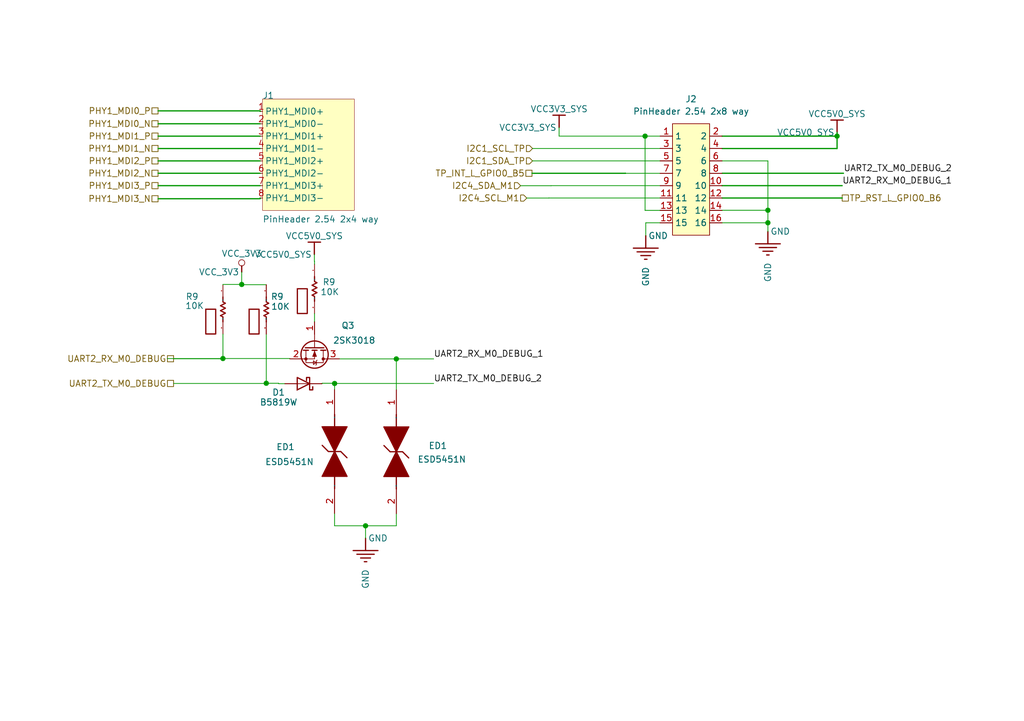
<source format=kicad_sch>
(kicad_sch (version 20230819) (generator eeschema)
  (paper "A5")
  (lib_symbols
    (symbol "Connector 2.54 2x16:PinHeader_2x8"
      (property "Reference" "J" (at -1.778 1.27 0))
      (property "Value" "PinHeader 2.54 2x8 way" (at 2.794 -24.13 0))
      (symbol "PinHeader_2x8_1_1"
        (rectangle (start -2.54 0) (end 5.08 -22.86) (fill (type color) (color 255 255 194 1)))
        (pin bidirectional line (at -5.08 -2.54 0) (length 2.54) (name "1") (number "1"))
        (pin bidirectional line (at 7.62 -12.7 180) (length 2.54) (name "10") (number "10"))
        (pin bidirectional line (at -5.08 -15.24 0) (length 2.54) (name "11") (number "11"))
        (pin bidirectional line (at 7.62 -15.24 180) (length 2.54) (name "12") (number "12"))
        (pin bidirectional line (at -5.08 -17.78 0) (length 2.54) (name "13") (number "13"))
        (pin bidirectional line (at 7.62 -17.78 180) (length 2.54) (name "14") (number "14"))
        (pin bidirectional line (at -5.08 -20.32 0) (length 2.54) (name "15") (number "15"))
        (pin bidirectional line (at 7.62 -20.32 180) (length 2.54) (name "16") (number "16"))
        (pin bidirectional line (at 7.62 -2.54 180) (length 2.54) (name "2") (number "2"))
        (pin bidirectional line (at -5.08 -5.08 0) (length 2.54) (name "3") (number "3"))
        (pin bidirectional line (at 7.62 -5.08 180) (length 2.54) (name "4") (number "4"))
        (pin bidirectional line (at -5.08 -7.62 0) (length 2.54) (name "5") (number "5"))
        (pin bidirectional line (at 7.62 -7.62 180) (length 2.54) (name "6") (number "6"))
        (pin bidirectional line (at -5.08 -10.16 0) (length 2.54) (name "7") (number "7"))
        (pin bidirectional line (at 7.62 -10.16 180) (length 2.54) (name "8") (number "8"))
        (pin bidirectional line (at -5.08 -12.7 0) (length 2.54) (name "9") (number "9"))
      )
    )
    (symbol "Diode:MBR0520" (pin_numbers hide) (pin_names (offset 1.016) hide)
      (property "Reference" "D1" (at 5.08 1.778 0))
      (property "Value" "B5819W" (at 5.08 3.81 0))
      (symbol "MBR0520_0_1"
        (polyline (pts (xy 1.27 0) (xy -1.27 0)))
        (polyline (pts (xy 1.27 1.27) (xy 1.27 -1.27) (xy -1.27 0) (xy 1.27 1.27)) (stroke (width 0.254)))
        (polyline (pts (xy -1.905 0.635) (xy -1.905 1.27) (xy -1.27 1.27) (xy -1.27 -1.27) (xy -0.635 -1.27) (xy -0.635 -0.635)) (stroke (width 0.254)))
      )
      (symbol "MBR0520_1_1"
        (pin passive line (at -3.81 0 0) (length 2.54) (name "K") (number "1"))
        (pin passive line (at 3.81 0 180) (length 2.54) (name "A") (number "2"))
      )
    )
    (symbol "Transistor_FET:BSS214NW" (pin_names hide)
      (property "Reference" "Q" (at 5.08 1.905 0))
      (property "Value" "BSS214NW" (at 5.08 0 0))
      (symbol "BSS214NW_0_1"
        (polyline (pts (xy 0.254 0) (xy -2.54 0)))
        (polyline (pts (xy 0.254 1.905) (xy 0.254 -1.905)) (stroke (width 0.254)))
        (polyline (pts (xy 0.762 -1.27) (xy 0.762 -2.286)) (stroke (width 0.254)))
        (polyline (pts (xy 0.762 0.508) (xy 0.762 -0.508)) (stroke (width 0.254)))
        (polyline (pts (xy 0.762 2.286) (xy 0.762 1.27)) (stroke (width 0.254)))
        (polyline (pts (xy 2.54 2.54) (xy 2.54 1.778)))
        (polyline (pts (xy 2.54 -2.54) (xy 2.54 0) (xy 0.762 0)))
        (polyline (pts (xy 0.762 -1.778) (xy 3.302 -1.778) (xy 3.302 1.778) (xy 0.762 1.778)))
        (polyline (pts (xy 1.016 0) (xy 2.032 0.381) (xy 2.032 -0.381) (xy 1.016 0)) (fill (type outline)))
        (polyline (pts (xy 2.794 0.508) (xy 2.921 0.381) (xy 3.683 0.381) (xy 3.81 0.254)))
        (polyline (pts (xy 3.302 0.381) (xy 2.921 -0.254) (xy 3.683 -0.254) (xy 3.302 0.381)))
        (circle (center 1.651 0) (radius 2.794) (stroke (width 0.254)))
        (circle (center 2.54 -1.778) (radius 0.254) (fill (type outline)))
        (circle (center 2.54 1.778) (radius 0.254) (fill (type outline)))
      )
      (symbol "BSS214NW_1_1"
        (pin input line (at -5.08 0 0) (length 2.54) (name "G") (number "1"))
        (pin passive line (at 2.54 -5.08 90) (length 2.54) (name "S") (number "2"))
        (pin passive line (at 2.54 5.08 270) (length 2.54) (name "D") (number "3"))
      )
    )
    (symbol "cm3568 LPDDR4-altium-import:GND" (power)
      (property "Reference" "#PWR" (at 0 0 0))
      (property "Value" "GND" (at 0 6.35 0))
      (symbol "GND_0_0"
        (polyline (pts (xy -2.54 -2.54) (xy 2.54 -2.54)) (stroke (width 0.254)))
        (polyline (pts (xy -1.778 -3.302) (xy 1.778 -3.302)) (stroke (width 0.254)))
        (polyline (pts (xy -1.016 -4.064) (xy 1.016 -4.064)) (stroke (width 0.254)))
        (polyline (pts (xy -0.254 -4.826) (xy 0.254 -4.826)) (stroke (width 0.254)))
        (polyline (pts (xy 0 0) (xy 0 -2.54)) (stroke (width 0.254)))
        (pin power_in line (at 0 0 0) (length 0) (name "GND") (number ""))
      )
    )
    (symbol "cm3568 LPDDR4-altium-import:VCC3V3_SYS" (power)
      (property "Reference" "#PWR" (at 0 0 0))
      (property "Value" "VCC3V3_SYS" (at 0 3.81 0))
      (symbol "VCC3V3_SYS_0_0"
        (polyline (pts (xy -1.27 -2.54) (xy 1.27 -2.54)) (stroke (width 0.254)))
        (polyline (pts (xy 0 0) (xy 0 -2.54)) (stroke (width 0.254)))
        (pin power_in line (at 0 0 0) (length 0) (name "VCC3V3_SYS") (number ""))
      )
    )
    (symbol "cm3568 LPDDR4-altium-import:VCC5V0_SYS" (power)
      (property "Reference" "#PWR" (at 0 0 0))
      (property "Value" "VCC5V0_SYS" (at 0 3.81 0))
      (symbol "VCC5V0_SYS_0_0"
        (polyline (pts (xy -1.27 -2.54) (xy 1.27 -2.54)) (stroke (width 0.254)))
        (polyline (pts (xy 0 0) (xy 0 -2.54)) (stroke (width 0.254)))
        (pin power_in line (at 0 0 0) (length 0) (name "VCC5V0_SYS") (number ""))
      )
    )
    (symbol "cm3568 LPDDR4-altium-import:VCC_3V3" (power)
      (property "Reference" "#PWR" (at 0 0 0))
      (property "Value" "VCC_3V3" (at 0 3.81 0))
      (symbol "VCC_3V3_0_0"
        (circle (center 0 -1.905) (radius 0.635) (stroke (width 0.127)))
        (polyline (pts (xy 0 0) (xy 0 -1.27)) (stroke (width 0.254)))
        (pin power_in line (at 0 0 0) (length 0) (name "VCC_3V3") (number ""))
      )
    )
    (symbol "cm3568 LPDDR4-altium-import:root_0_BTR04G03"
      (symbol "root_0_BTR04G03_1_0"
        (polyline (pts (xy -5.08 -2.54) (xy 0 0)) (stroke (width 0.254)))
        (polyline (pts (xy -5.08 0) (xy -7.62 0)) (stroke (width 0.254)))
        (polyline (pts (xy -5.08 2.54) (xy -5.08 -2.54)) (stroke (width 0.254)))
        (polyline (pts (xy -5.08 2.54) (xy 0 0)) (stroke (width 0.254)))
        (polyline (pts (xy 0 -1.27) (xy -1.27 -2.54)) (stroke (width 0.254)))
        (polyline (pts (xy 0 0) (xy 5.08 2.54)) (stroke (width 0.254)))
        (polyline (pts (xy 0 1.27) (xy 0 -1.27)) (stroke (width 0.254)))
        (polyline (pts (xy 0 1.27) (xy 1.27 2.54)) (stroke (width 0.254)))
        (polyline (pts (xy 5.08 -2.54) (xy 0 0)) (stroke (width 0.254)))
        (polyline (pts (xy 5.08 0) (xy 7.62 0)) (stroke (width 0.254)))
        (polyline (pts (xy 5.08 2.54) (xy 5.08 -2.54)) (stroke (width 0.254)))
        (polyline (pts (xy 0.254 0) (xy 5.08 2.54) (xy 5.08 -2.54) (xy 0.254 0)) (stroke (width -0.0001)) (fill (type outline)))
        (polyline (pts (xy -5.08 2.54) (xy -5.08 -2.54) (xy 0 0) (xy -5.08 2.54) (xy -5.08 2.54)) (stroke (width -0.0001)) (fill (type outline)))
        (pin passive line (at -12.7 0 0) (length 5.08) (name "1") (number "1"))
        (pin passive line (at 12.7 0 180) (length 5.08) (name "2") (number "2"))
      )
    )
    (symbol "cm3568 LPDDR4-altium-import:root_0_PH1S15-24-D"
      (symbol "root_0_PH1S15-24-D_1_0"
        (rectangle (start 19.321 2.54) (end 0.5 -20.32) (stroke (width 0.0254) (color 128 0 0 1)) (fill (type background)))
        (pin passive line (at 0 0 0) (length 0.5) (name "PHY1_MDI0+") (number "1"))
        (pin passive line (at 0 -2.54 0) (length 0.5) (name "PHY1_MDI0-") (number "2"))
        (pin passive line (at 0 -5.08 0) (length 0.5) (name "PHY1_MDI1+") (number "3"))
        (pin passive line (at 0 -7.62 0) (length 0.5) (name "PHY1_MDI1-") (number "4"))
        (pin passive line (at 0 -10.16 0) (length 0.5) (name "PHY1_MDI2+") (number "5"))
        (pin passive line (at 0 -12.7 0) (length 0.5) (name "PHY1_MDI2-") (number "6"))
        (pin passive line (at 0 -15.24 0) (length 0.5) (name "PHY1_MDI3+") (number "7"))
        (pin passive line (at 0 -17.78 0) (length 0.5) (name "PHY1_MDI3-") (number "8"))
      )
    )
    (symbol "cm3568 LPDDR4-altium-import:root_2_R0201_22R"
      (symbol "root_2_R0201_22R_1_0"
        (polyline (pts (xy -2.58 0.04) (xy -1.564 0.04) (xy -1.31 0.548) (xy -0.802 -0.468) (xy -0.294 0.548) (xy 0.214 -0.468) (xy 0.722 0.548) (xy 1.23 -0.468) (xy 1.484 0.04) (xy 2.5 0.04)) (stroke (width 0.254)))
        (rectangle (start 0 3.556) (end -5.08 1.524) (stroke (width 0.254)))
        (pin passive line (at 5.04 0.04 180) (length 2.54) (name "1") (number "1"))
        (pin passive line (at -5.12 0.04 0) (length 2.54) (name "2") (number "2"))
      )
    )
  )
  (junction (at 68.62 78.7))
  (junction (at 45.72 73.58))
  (junction (at 157.48 43.147))
  (junction (at 74.97 107.91))
  (junction (at 132.2987 27.94))
  (junction (at 157.48 45.72))
  (junction (at 54.61 78.66))
  (junction (at 171.67 27.94))
  (junction (at 49.57 58.38))
  (junction (at 81.28 73.66))
  (wire (pts (xy 148.082 27.94) (xy 171.67 27.94)) (stroke (width 0.254)))
  (wire (pts (xy 45.72 68.58) (xy 45.72 73.58)))
  (wire (pts (xy 128.27 35.56) (xy 135.382 35.56)))
  (wire (pts (xy 148.082 40.64) (xy 172.72 40.64)) (stroke (width 0.254)))
  (wire (pts (xy 135.382 43.18) (xy 132.2987 43.18)))
  (wire (pts (xy 148.082 43.147) (xy 148.082 43.18)))
  (wire (pts (xy 68.62 78.7) (xy 68.62 79.97)))
  (wire (pts (xy 66.04 78.66) (xy 68.62 78.66)))
  (wire (pts (xy 59.436 73.58) (xy 59.436 73.66)))
  (wire (pts (xy 45.72 58.38) (xy 49.57 58.38)))
  (wire (pts (xy 54.61 78.7) (xy 54.61 78.66)))
  (wire (pts (xy 64.5023 53.6373) (xy 64.5023 54.2179)))
  (wire (pts (xy 64.5023 64.3779) (xy 64.5023 66.04)))
  (wire (pts (xy 157.48 33.02) (xy 157.48 43.147)))
  (wire (pts (xy 49.57 55.84) (xy 49.57 58.38)))
  (wire (pts (xy 157.48 43.147) (xy 148.082 43.147)))
  (wire (pts (xy 114.67 27.94) (xy 132.2987 27.94)))
  (wire (pts (xy 148.082 38.1) (xy 172.72 38.1)) (stroke (width 0.254)))
  (wire (pts (xy 32.422 40.786) (xy 53.34 40.786)) (stroke (width 0.254)))
  (wire (pts (xy 45.72 73.58) (xy 34.29 73.58)))
  (wire (pts (xy 81.28 73.66) (xy 81.28 80.01)))
  (wire (pts (xy 64.4675 52.2356) (xy 64.4675 53.6373)))
  (wire (pts (xy 109.22 33.02) (xy 135.382 33.02)))
  (wire (pts (xy 49.57 58.42) (xy 54.61 58.42)))
  (wire (pts (xy 66.04 78.66) (xy 66.04 78.74)))
  (wire (pts (xy 74.97 110.45) (xy 74.97 107.91)))
  (wire (pts (xy 35.6 73.62) (xy 45.72 73.62)))
  (wire (pts (xy 45.72 58.38) (xy 45.72 58.42)))
  (wire (pts (xy 109.1066 35.5651) (xy 128.27 35.5651)) (stroke (width 0.254)))
  (wire (pts (xy 81.28 105.41) (xy 81.28 107.91)))
  (wire (pts (xy 171.67 27.18) (xy 171.67 27.94)) (stroke (width 0.254)))
  (wire (pts (xy 112.5739 40.64) (xy 135.382 40.64)))
  (wire (pts (xy 171.67 30.48) (xy 171.67 27.94)) (stroke (width 0.254)))
  (wire (pts (xy 54.61 78.66) (xy 57.15 78.66)))
  (wire (pts (xy 81.28 73.66) (xy 88.94 73.66)))
  (wire (pts (xy 148.082 30.48) (xy 171.67 30.48)) (stroke (width 0.254)))
  (wire (pts (xy 128.27 35.5651) (xy 128.27 35.56)) (stroke (width 0.254)))
  (wire (pts (xy 113.03 38.1) (xy 135.382 38.1)))
  (wire (pts (xy 112.5739 40.6496) (xy 108.0389 40.6496)))
  (wire (pts (xy 49.57 58.42) (xy 49.57 58.38)))
  (wire (pts (xy 114.67 26.18) (xy 114.67 27.94)))
  (wire (pts (xy 68.62 78.66) (xy 68.62 78.7)))
  (wire (pts (xy 157.48 45.72) (xy 157.48 47.498)))
  (wire (pts (xy 132.2987 43.18) (xy 132.2987 27.94)))
  (wire (pts (xy 32.422 25.4) (xy 53.34 25.4)) (stroke (width 0.254)))
  (wire (pts (xy 148.082 35.56) (xy 172.984 35.56)) (stroke (width 0.254)))
  (wire (pts (xy 81.28 107.91) (xy 74.97 107.91)))
  (wire (pts (xy 45.72 73.62) (xy 45.72 73.58)))
  (wire (pts (xy 32.422 30.48) (xy 53.34 30.48)) (stroke (width 0.254)))
  (wire (pts (xy 32.422 38.1) (xy 53.34 38.1)) (stroke (width 0.254)))
  (wire (pts (xy 109.22 30.48) (xy 135.382 30.48)))
  (wire (pts (xy 148.082 33.02) (xy 157.48 33.02)))
  (wire (pts (xy 132.4343 45.72) (xy 135.382 45.72)))
  (wire (pts (xy 64.5023 66.04) (xy 64.516 66.04)))
  (wire (pts (xy 54.61 68.58) (xy 54.61 78.66)))
  (wire (pts (xy 157.48 43.147) (xy 157.48 45.72)))
  (wire (pts (xy 81.28 73.66) (xy 69.596 73.66)))
  (wire (pts (xy 32.422 22.752) (xy 53.34 22.752)) (stroke (width 0.254)))
  (wire (pts (xy 88.94 78.7) (xy 68.62 78.7)))
  (wire (pts (xy 57.15 78.74) (xy 57.15 78.66)))
  (wire (pts (xy 53.34 22.752) (xy 53.34 22.86)) (stroke (width 0.254)))
  (wire (pts (xy 58.42 78.74) (xy 57.15 78.74)))
  (wire (pts (xy 74.97 107.91) (xy 68.62 107.91)))
  (wire (pts (xy 64.4675 53.6373) (xy 64.5023 53.6373)))
  (wire (pts (xy 68.62 107.91) (xy 68.62 105.37)))
  (wire (pts (xy 32.422 33.02) (xy 53.34 33.02)) (stroke (width 0.254)))
  (wire (pts (xy 53.34 40.786) (xy 53.34 40.64)) (stroke (width 0.254)))
  (wire (pts (xy 106.7678 38.1073) (xy 113.03 38.1073)))
  (wire (pts (xy 113.03 38.1073) (xy 113.03 38.1)))
  (wire (pts (xy 45.72 73.58) (xy 59.436 73.58)))
  (wire (pts (xy 32.422 35.56) (xy 53.34 35.56)) (stroke (width 0.254)))
  (wire (pts (xy 35.6 78.7) (xy 54.61 78.7)))
  (wire (pts (xy 132.2987 27.94) (xy 135.382 27.94)))
  (wire (pts (xy 32.422 27.94) (xy 53.34 27.94)) (stroke (width 0.254)))
  (wire (pts (xy 112.5739 40.6496) (xy 112.5739 40.64)))
  (wire (pts (xy 148.082 45.72) (xy 157.48 45.72)))
  (wire (pts (xy 132.4343 45.72) (xy 132.4343 48.3855)))
  (label "UART2_TX_M0_DEBUG_2" (at 172.984 35.56 0))
  (label "UART2_TX_M0_DEBUG_2" (at 88.94 78.7 0))
  (label "UART2_RX_M0_DEBUG_1" (at 172.72 38.1 0))
  (label "UART2_RX_M0_DEBUG_1" (at 88.94 73.66 0))
  (hierarchical_label "PHY1_MDI3_N" (shape passive) (at 32.422 40.786 180))
  (hierarchical_label "PHY1_MDI2_P" (shape passive) (at 32.422 33.02 180))
  (hierarchical_label "PHY1_MDI3_P" (shape passive) (at 32.422 38.1 180))
  (hierarchical_label "PHY1_MDI2_N" (shape passive) (at 32.422 35.56 180))
  (hierarchical_label "TP_RST_L_GPIO0_B6" (shape passive) (at 172.72 40.64 0))
  (hierarchical_label "TP_INT_L_GPIO0_B5" (shape passive) (at 109.1066 35.5651 180))
  (hierarchical_label "PHY1_MDI1_P" (shape passive) (at 32.422 27.94 180))
  (hierarchical_label "I2C1_SCL_TP" (shape input) (at 109.22 30.48 180))
  (hierarchical_label "I2C1_SDA_TP" (shape input) (at 109.22 33.02 180))
  (hierarchical_label "PHY1_MDI0_P" (shape passive) (at 32.422 22.752 180))
  (hierarchical_label "I2C4_SDA_M1" (shape input) (at 106.7678 38.1073 180))
  (hierarchical_label "I2C4_SCL_M1" (shape input) (at 108.0389 40.6496 180))
  (hierarchical_label "UART2_TX_M0_DEBUG" (shape passive) (at 35.6 78.7 180))
  (hierarchical_label "PHY1_MDI0_N" (shape passive) (at 32.422 25.4 180))
  (hierarchical_label "PHY1_MDI1_N" (shape passive) (at 32.422 30.48 180))
  (hierarchical_label "UART2_RX_M0_DEBUG" (shape passive) (at 35.6 73.62 180))
  (symbol (lib_id "cm3568 LPDDR4-altium-import:GND") (at 132.4343 48.3855 0) (unit 1)
    (property "Reference" "#PWR027" (effects hide))
    (property "Value" "GND" (at 132.4343 54.7355 90) (effects (justify right)))
    (instances (project "CM3568" (path "" (reference "#PWR027") (unit 1)) (path "" (reference "#PWR086") (unit 1))) (project "cm3568 LPDDR4" (path "" (reference "#PWR?") (unit 1))))
  )
  (symbol (lib_id "cm3568 LPDDR4-altium-import:GND") (at 74.97 110.45 0) (unit 1)
    (property "Reference" "#PWR027" (effects hide))
    (property "Value" "GND" (at 74.97 116.8 90) (effects (justify right)))
    (instances (project "CM3568" (path "" (reference "#PWR027") (unit 1)) (path "" (reference "#PWR084") (unit 1))) (project "cm3568 LPDDR4" (path "" (reference "#PWR?") (unit 1))))
  )
  (symbol (lib_id "cm3568 LPDDR4-altium-import:root_0_BTR04G03") (at 81.28 92.71 270) (unit 1)
    (property "Reference" "ED1" (at 87.884 92.202 90) (effects (justify left bottom)))
    (property "Value" "ESD5451N" (at 54.356 95.504 90) (effects (justify left bottom)))
    (property "Footprint" "ESD5451N:ESD0402" (effects hide))
    (property "MPN" "ESD5451N" (effects hide))
    (instances (project "cm3568 LPDDR4" (path "" (reference "ED1") (unit 1))) (project "CM3568" (path "" (reference "ED8") (unit 1)) (path "" (reference "ED11") (unit 1))))
  )
  (symbol (lib_id "cm3568 LPDDR4-altium-import:root_2_R0201_22R") (at 64.5423 59.2579 90) (unit 1)
    (property "Reference" "R9" (at 68.834 57.15 90) (effects (justify left bottom)))
    (property "Value" "10K" (at 69.596 59.182 90) (effects (justify left bottom)))
    (property "Footprint" "Resistor_SMD:R_0201_0603Metric" (effects hide))
    (instances (project "CM3568" (path "" (reference "R9") (unit 1)) (path "" (reference "R87") (unit 1))) (project "cm3568 LPDDR4" (path "" (reference "R167") (unit 1))))
  )
  (symbol (lib_id "cm3568 LPDDR4-altium-import:VCC5V0_SYS") (at 171.67 27.18 180) (unit 1)
    (property "Reference" "#PWR?" (effects hide))
    (property "Value" "VCC5V0_SYS" (at 171.67 23.37 0))
    (instances (project "cm3568 LPDDR4" (path "" (reference "#PWR?") (unit 1))) (project "CM3568" (path "" (reference "#PWR0100") (unit 1))))
  )
  (symbol (lib_id "cm3568 LPDDR4-altium-import:root_0_PH1S15-24-D") (at 53.34 22.86 0) (unit 1)
    (property "Reference" "J1" (at 53.84 20.32 0) (effects (justify left bottom)))
    (property "Value" "PinHeader 2.54 2x4 way" (at 53.84 45.72 0) (effects (justify left bottom)))
    (property "Footprint" "Connector_PinHeader_2.54mm:PinHeader_2x04_P2.54mm_Vertical" (effects hide))
    (property "Datasheet" "https://datasheet.lcsc.com/lcsc/2209231730_ZHOURI-PZ2-54-2-4_C5156676.pdf" (effects hide))
    (property "MPN" "MALE Through Hole Pin Header" (effects hide))
  )
  (symbol (lib_id "cm3568 LPDDR4-altium-import:GND") (at 157.48 47.498 0) (unit 1)
    (property "Reference" "#PWR027" (effects hide))
    (property "Value" "GND" (at 157.48 53.848 90) (effects (justify right)))
    (instances (project "CM3568" (path "" (reference "#PWR027") (unit 1)) (path "" (reference "#PWR085") (unit 1))) (project "cm3568 LPDDR4" (path "" (reference "#PWR?") (unit 1))))
  )
  (symbol (lib_id "cm3568 LPDDR4-altium-import:VCC5V0_SYS") (at 64.4675 52.2356 180) (unit 1)
    (property "Reference" "#PWR?" (effects hide))
    (property "Value" "VCC5V0_SYS" (at 64.4675 48.4256 0))
    (instances (project "cm3568 LPDDR4" (path "" (reference "#PWR?") (unit 1))) (project "CM3568" (path "" (reference "#PWR023") (unit 1))))
  )
  (symbol (lib_id "cm3568 LPDDR4-altium-import:VCC_3V3") (at 49.57 55.84 180) (unit 1)
    (property "Reference" "#PWR0456" (effects hide))
    (property "Value" "VCC_3V3" (at 49.57 52.03 0))
    (instances (project "CM3568" (path "" (reference "#PWR0456") (unit 1)) (path "" (reference "#PWR083") (unit 1))) (project "cm3568 LPDDR4" (path "" (reference "#PWR?") (unit 1))))
  )
  (symbol (lib_id "cm3568 LPDDR4-altium-import:VCC3V3_SYS") (at 114.67 26.18 180) (unit 1)
    (property "Reference" "#PWR?" (effects hide))
    (property "Value" "VCC3V3_SYS" (at 114.67 22.37 0))
    (instances (project "cm3568 LPDDR4" (path "" (reference "#PWR?") (unit 1))) (project "CM3568" (path "" (reference "#PWR097") (unit 1))))
  )
  (symbol (lib_id "Diode:MBR0520") (at 62.23 78.74 180) (unit 1)
    (property "Reference" "D1" (at 57.15 80.518 0))
    (property "Value" "B5819W" (at 57.15 82.55 0))
    (property "Footprint" "Diode_SMD:D_SOD-123" (effects hide))
    (property "Datasheet" "http://www.mccsemi.com/up_pdf/MBR0520~MBR0580(SOD123).pdf" (effects hide))
    (property "Description" "20V 0.5A Schottky Power Rectifier Diode, SOD-123" (effects hide))
    (property "MPN" "B5819W" (effects hide))
  )
  (symbol (lib_id "Connector 2.54 2x16:PinHeader_2x8") (at 140.462 25.4 0) (unit 1)
    (property "Reference" "J2" (at 141.732 20.32 0))
    (property "Value" "PinHeader 2.54 2x8 way" (at 141.732 22.86 0))
    (property "Footprint" "Connector_PinHeader_2.54mm:PinHeader_2x08_P2.54mm_Vertical" (effects hide))
    (property "MPN" "MALE Through Hole Pin Header" (effects hide))
  )
  (symbol (lib_id "cm3568 LPDDR4-altium-import:root_2_R0201_22R") (at 54.65 63.46 90) (unit 1)
    (property "Reference" "R9" (at 58.2229 60.1481 90) (effects (justify left bottom)))
    (property "Value" "10K" (at 59.476 62.19 90) (effects (justify left bottom)))
    (property "Footprint" "Resistor_SMD:R_0201_0603Metric" (effects hide))
    (instances (project "CM3568" (path "" (reference "R9") (unit 1)) (path "" (reference "R78") (unit 1))) (project "cm3568 LPDDR4" (path "" (reference "R167") (unit 1))))
  )
  (symbol (lib_id "Transistor_FET:BSS214NW") (at 64.516 71.12 270) (unit 1)
    (property "Reference" "Q3" (at 71.374 66.802 90))
    (property "Value" "2SK3018" (at 72.644 69.85 90))
    (property "Footprint" "Package_TO_SOT_SMD:SOT-323_SC-70" (effects hide))
    (property "Datasheet" "https://www.infineon.com/dgdl/Infineon-BSS214NW-DS-v02_02-en.pdf?fileId=db3a30431b3e89eb011b695aebc01bde" (effects hide))
    (property "Description" "20V Vds, 1.5A Id, N-Channel MOSFET, SOT-323" (effects hide))
    (property "MPN" "2SK3018" (effects hide))
  )
  (symbol (lib_id "cm3568 LPDDR4-altium-import:root_2_R0201_22R") (at 45.76 63.46 90) (unit 1)
    (property "Reference" "R9" (at 40.7635 60.1481 90) (effects (justify left bottom)))
    (property "Value" "10K" (at 41.8662 62.0226 90) (effects (justify left bottom)))
    (property "Footprint" "Resistor_SMD:R_0201_0603Metric" (effects hide))
    (instances (project "CM3568" (path "" (reference "R9") (unit 1)) (path "" (reference "R70") (unit 1))) (project "cm3568 LPDDR4" (path "" (reference "R167") (unit 1))))
  )
  (symbol (lib_id "cm3568 LPDDR4-altium-import:root_0_BTR04G03") (at 68.62 92.67 270) (unit 1)
    (property "Reference" "ED1" (at 56.642 92.456 90) (effects (justify left bottom)))
    (property "Value" "ESD5451N" (at 85.598 94.996 90) (effects (justify left bottom)))
    (property "Footprint" "ESD5451N:ESD0402" (effects hide))
    (property "MPN" "ESD5451N" (effects hide))
    (instances (project "cm3568 LPDDR4" (path "" (reference "ED1") (unit 1))) (project "CM3568" (path "" (reference "ED8") (unit 1)) (path "" (reference "ED10") (unit 1))))
  )
)
</source>
